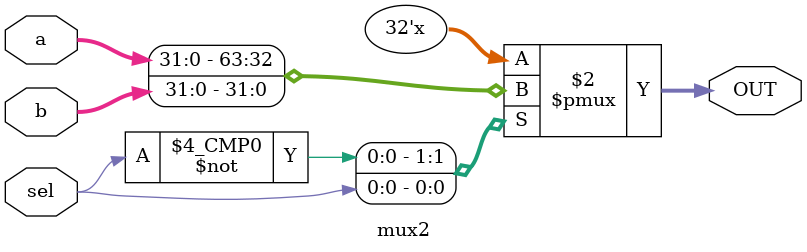
<source format=v>
module mux2(a,b,sel,OUT);
input[31:0]a,b;
 input sel;
 output reg[31:0] OUT;
 always@(a,b,sel)
  begin
  case(sel)
  0: OUT=a;
  1: OUT=b;
  endcase
  end
  endmodule
</source>
